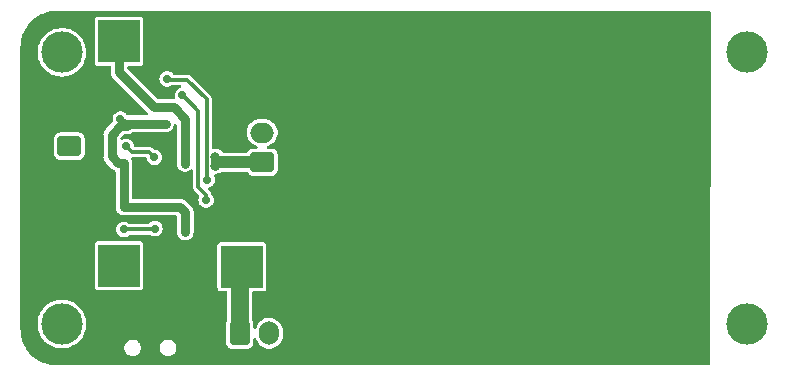
<source format=gbr>
%TF.GenerationSoftware,KiCad,Pcbnew,7.0.6*%
%TF.CreationDate,2023-09-18T21:36:18+08:00*%
%TF.ProjectId,UPS_Lite_Pi_Zero_Form,5550535f-4c69-4746-955f-50695f5a6572,rev?*%
%TF.SameCoordinates,Original*%
%TF.FileFunction,Copper,L2,Bot*%
%TF.FilePolarity,Positive*%
%FSLAX46Y46*%
G04 Gerber Fmt 4.6, Leading zero omitted, Abs format (unit mm)*
G04 Created by KiCad (PCBNEW 7.0.6) date 2023-09-18 21:36:18*
%MOMM*%
%LPD*%
G01*
G04 APERTURE LIST*
G04 Aperture macros list*
%AMRoundRect*
0 Rectangle with rounded corners*
0 $1 Rounding radius*
0 $2 $3 $4 $5 $6 $7 $8 $9 X,Y pos of 4 corners*
0 Add a 4 corners polygon primitive as box body*
4,1,4,$2,$3,$4,$5,$6,$7,$8,$9,$2,$3,0*
0 Add four circle primitives for the rounded corners*
1,1,$1+$1,$2,$3*
1,1,$1+$1,$4,$5*
1,1,$1+$1,$6,$7*
1,1,$1+$1,$8,$9*
0 Add four rect primitives between the rounded corners*
20,1,$1+$1,$2,$3,$4,$5,0*
20,1,$1+$1,$4,$5,$6,$7,0*
20,1,$1+$1,$6,$7,$8,$9,0*
20,1,$1+$1,$8,$9,$2,$3,0*%
G04 Aperture macros list end*
%TA.AperFunction,ComponentPad*%
%ADD10RoundRect,0.250000X-0.600000X-0.750000X0.600000X-0.750000X0.600000X0.750000X-0.600000X0.750000X0*%
%TD*%
%TA.AperFunction,ComponentPad*%
%ADD11O,1.700000X2.000000*%
%TD*%
%TA.AperFunction,ComponentPad*%
%ADD12O,1.460000X0.730000*%
%TD*%
%TA.AperFunction,ComponentPad*%
%ADD13O,2.400000X1.200000*%
%TD*%
%TA.AperFunction,SMDPad,CuDef*%
%ADD14O,2.100000X1.050000*%
%TD*%
%TA.AperFunction,ComponentPad*%
%ADD15C,3.500000*%
%TD*%
%TA.AperFunction,ComponentPad*%
%ADD16O,2.000000X1.700000*%
%TD*%
%TA.AperFunction,ComponentPad*%
%ADD17RoundRect,0.250000X0.750000X-0.600000X0.750000X0.600000X-0.750000X0.600000X-0.750000X-0.600000X0*%
%TD*%
%TA.AperFunction,ComponentPad*%
%ADD18R,3.524000X3.524000*%
%TD*%
%TA.AperFunction,ViaPad*%
%ADD19C,0.800000*%
%TD*%
%TA.AperFunction,ViaPad*%
%ADD20C,0.700000*%
%TD*%
%TA.AperFunction,Conductor*%
%ADD21C,0.800000*%
%TD*%
%TA.AperFunction,Conductor*%
%ADD22C,1.500000*%
%TD*%
%TA.AperFunction,Conductor*%
%ADD23C,1.000000*%
%TD*%
%TA.AperFunction,Conductor*%
%ADD24C,0.300000*%
%TD*%
G04 APERTURE END LIST*
D10*
%TO.P,J4,1,Pin_1*%
%TO.N,Net-(J4-Pin_1)*%
X102000000Y-112400000D03*
D11*
%TO.P,J4,2,Pin_2*%
%TO.N,/5V_3A*%
X104500000Y-112400000D03*
%TD*%
D12*
%TO.P,J3,6,SHIELD*%
%TO.N,GND*%
X88015000Y-101965000D03*
%TO.P,J3,7,SHIELD*%
X88015000Y-106815000D03*
D13*
%TO.P,J3,8,SHIELD*%
X84985000Y-101665000D03*
%TO.P,J3,9,SHIELD*%
X84985000Y-107115000D03*
D14*
%TO.P,J3,10,SHIELD*%
X88015000Y-101965000D03*
%TO.P,J3,11,SHIELD*%
X88015000Y-106815000D03*
%TD*%
D15*
%TO.P,REF\u002A\u002A,*%
%TO.N,*%
X86940000Y-88600000D03*
X86940000Y-111600000D03*
X144940000Y-88600000D03*
X144940000Y-111600000D03*
%TD*%
D16*
%TO.P,J2,2,Pin_2*%
%TO.N,/BATT+*%
X103900000Y-95400000D03*
D17*
%TO.P,J2,1,Pin_1*%
%TO.N,/BATT-*%
X103900000Y-97900000D03*
%TD*%
%TO.P,J1,1,Pin_1*%
%TO.N,/BATT_VIN*%
X87560000Y-96540000D03*
D16*
%TO.P,J1,2,Pin_2*%
%TO.N,GND*%
X87560000Y-94040000D03*
%TD*%
D18*
%TO.P,U\u002A1,1,IN+*%
%TO.N,/BATT+*%
X91780000Y-87660000D03*
%TO.P,U\u002A1,2,IN-*%
%TO.N,GND*%
X102180000Y-87660000D03*
%TO.P,U\u002A1,3,OUT+*%
%TO.N,Net-(U\u002A1-OUT+)*%
X91780000Y-106660000D03*
%TO.P,U\u002A1,4,OUT-*%
%TO.N,Net-(J4-Pin_1)*%
X102180000Y-106760000D03*
%TD*%
D19*
%TO.N,/BATT-*%
X99950000Y-97450000D03*
X99950000Y-98200000D03*
D20*
%TO.N,/BATT_VIN*%
X91890000Y-94250000D03*
X92190000Y-101680000D03*
X92200000Y-100630000D03*
X97400000Y-103150000D03*
X92200000Y-97970000D03*
X92440000Y-94860000D03*
X92200000Y-99740000D03*
X95730000Y-94640000D03*
X92210000Y-98850000D03*
X97400000Y-103800000D03*
%TO.N,GND*%
X99950000Y-104000000D03*
X96250000Y-88250000D03*
X108400000Y-87300000D03*
X96950000Y-88250000D03*
X110350000Y-114050000D03*
X111750000Y-112500000D03*
X101900000Y-103550000D03*
X89400000Y-90600000D03*
X96250000Y-87500000D03*
X88700000Y-91450000D03*
X89400000Y-91450000D03*
X106300000Y-86500000D03*
X96550000Y-104950000D03*
X97650000Y-88250000D03*
X96950000Y-87500000D03*
X84150000Y-95300000D03*
X106300000Y-88050000D03*
X90900000Y-99850000D03*
X108250000Y-114050000D03*
X110350000Y-112500000D03*
X95550000Y-87500000D03*
X87300000Y-91450000D03*
X107000000Y-88050000D03*
X108250000Y-112500000D03*
X111750000Y-113300000D03*
X109100000Y-86500000D03*
X84850000Y-94500000D03*
X85550000Y-94500000D03*
X110350000Y-113300000D03*
X109100000Y-88050000D03*
X84850000Y-96050000D03*
X101900000Y-102800000D03*
X96250000Y-86700000D03*
X95150000Y-104950000D03*
X97650000Y-87500000D03*
X88000000Y-91450000D03*
X108250000Y-113300000D03*
X107000000Y-87300000D03*
X98350000Y-87500000D03*
X99950000Y-103300000D03*
X111050000Y-113300000D03*
X101900000Y-102000000D03*
X106300000Y-87300000D03*
X111050000Y-114050000D03*
X97250000Y-104950000D03*
X84850000Y-95300000D03*
X96100000Y-103200000D03*
X90200000Y-99100000D03*
X95850000Y-104950000D03*
X98350000Y-86700000D03*
X94450000Y-104950000D03*
X107700000Y-88050000D03*
X88700000Y-90600000D03*
X85550000Y-95300000D03*
X98350000Y-88250000D03*
X107700000Y-87300000D03*
X108950000Y-113300000D03*
X108950000Y-114050000D03*
X101900000Y-101250000D03*
X101900000Y-100500000D03*
X90900000Y-99100000D03*
X109650000Y-112500000D03*
X107000000Y-86500000D03*
X109650000Y-114050000D03*
X109650000Y-113300000D03*
X97650000Y-86700000D03*
X85550000Y-96050000D03*
X95550000Y-88250000D03*
X84150000Y-94500000D03*
X108400000Y-86500000D03*
X90200000Y-99850000D03*
X96950000Y-86700000D03*
X108950000Y-112500000D03*
X97950000Y-104950000D03*
X109100000Y-87300000D03*
X84150000Y-96050000D03*
X95550000Y-86700000D03*
X96100000Y-103900000D03*
X107700000Y-86500000D03*
X101900000Y-99700000D03*
X108400000Y-88050000D03*
X111050000Y-112500000D03*
X111750000Y-114050000D03*
%TO.N,/BATT+*%
X97365000Y-98020000D03*
%TO.N,Net-(IC1-PROG)*%
X94825000Y-103520000D03*
X92200000Y-103600000D03*
%TO.N,Net-(IC1-CHRG)*%
X94770000Y-97490000D03*
X92380000Y-96570000D03*
%TO.N,/OD*%
X95860000Y-90850000D03*
X99250000Y-99400000D03*
%TO.N,/OC*%
X99150000Y-101100000D03*
X97150000Y-92250000D03*
%TD*%
D21*
%TO.N,/BATT-*%
X99950000Y-97450000D02*
X99950000Y-98200000D01*
D22*
%TO.N,Net-(J4-Pin_1)*%
X102000000Y-106940000D02*
X102180000Y-106760000D01*
X102000000Y-112400000D02*
X102000000Y-106940000D01*
D23*
%TO.N,/BATT-*%
X103900000Y-97900000D02*
X100100000Y-97900000D01*
D24*
%TO.N,/OD*%
X99200000Y-92596000D02*
X97536000Y-90932000D01*
X99200000Y-99350000D02*
X99200000Y-92596000D01*
X97536000Y-90932000D02*
X95942000Y-90932000D01*
X95942000Y-90932000D02*
X95860000Y-90850000D01*
X99250000Y-99400000D02*
X99200000Y-99350000D01*
D21*
%TO.N,/BATT_VIN*%
X92210000Y-98850000D02*
X92210000Y-99730000D01*
X92200000Y-100630000D02*
X92200000Y-101670000D01*
X92190000Y-101680000D02*
X92210000Y-101700000D01*
X91720000Y-97970000D02*
X92200000Y-97970000D01*
X92210000Y-101700000D02*
X96950000Y-101700000D01*
X92440000Y-94860000D02*
X91880000Y-94860000D01*
X91170000Y-95570000D02*
X91170000Y-97420000D01*
X91170000Y-97420000D02*
X91720000Y-97970000D01*
X96950000Y-101700000D02*
X97400000Y-102150000D01*
X92660000Y-94640000D02*
X95730000Y-94640000D01*
X92440000Y-94860000D02*
X92660000Y-94640000D01*
X92200000Y-97970000D02*
X92200000Y-98840000D01*
X92200000Y-99740000D02*
X92200000Y-100630000D01*
X92200000Y-94567500D02*
X92190000Y-94577500D01*
X91880000Y-94860000D02*
X91170000Y-95570000D01*
X97400000Y-102150000D02*
X97400000Y-103800000D01*
X92200000Y-101670000D02*
X92190000Y-101680000D01*
X92200000Y-98840000D02*
X92210000Y-98850000D01*
X92210000Y-99730000D02*
X92200000Y-99740000D01*
%TO.N,/BATT+*%
X91780000Y-90280000D02*
X91780000Y-87660000D01*
X94750000Y-93250000D02*
X91780000Y-90280000D01*
X96400000Y-93250000D02*
X94750000Y-93250000D01*
X97365000Y-94215000D02*
X96400000Y-93250000D01*
X97365000Y-98020000D02*
X97365000Y-94215000D01*
D24*
%TO.N,Net-(IC1-PROG)*%
X94745000Y-103600000D02*
X94825000Y-103520000D01*
X92200000Y-103600000D02*
X94745000Y-103600000D01*
%TO.N,Net-(IC1-CHRG)*%
X94310000Y-97030000D02*
X92840000Y-97030000D01*
X92840000Y-97030000D02*
X92380000Y-96570000D01*
X94770000Y-97490000D02*
X94310000Y-97030000D01*
%TO.N,/OC*%
X99150000Y-100650000D02*
X98500000Y-100000000D01*
X98500000Y-100000000D02*
X98500000Y-93550000D01*
X98500000Y-93550000D02*
X97200000Y-92250000D01*
X97200000Y-92250000D02*
X97150000Y-92250000D01*
X99150000Y-101100000D02*
X99150000Y-100650000D01*
%TD*%
%TA.AperFunction,Conductor*%
%TO.N,GND*%
G36*
X141842122Y-85120185D02*
G01*
X141887877Y-85172989D01*
X141899083Y-85224698D01*
X141851633Y-114975698D01*
X141831841Y-115042706D01*
X141778965Y-115088376D01*
X141727633Y-115099500D01*
X86441624Y-115099500D01*
X86438378Y-115099415D01*
X86306617Y-115092509D01*
X86122985Y-115082196D01*
X86116758Y-115081530D01*
X85964369Y-115057394D01*
X85801835Y-115029778D01*
X85796171Y-115028541D01*
X85643297Y-114987579D01*
X85488273Y-114942916D01*
X85483217Y-114941221D01*
X85333841Y-114883882D01*
X85185988Y-114822638D01*
X85181566Y-114820599D01*
X85038101Y-114747500D01*
X84898520Y-114670357D01*
X84894742Y-114668090D01*
X84759138Y-114580027D01*
X84629233Y-114487854D01*
X84626092Y-114485472D01*
X84501246Y-114384374D01*
X84498974Y-114382440D01*
X84381277Y-114277260D01*
X84378750Y-114274870D01*
X84265128Y-114161248D01*
X84262738Y-114158721D01*
X84157558Y-114041024D01*
X84155631Y-114038760D01*
X84054526Y-113913905D01*
X84052144Y-113910765D01*
X83959972Y-113780861D01*
X83931119Y-113736432D01*
X83910743Y-113705056D01*
X92239500Y-113705056D01*
X92258184Y-113780861D01*
X92280210Y-113870226D01*
X92359263Y-114020849D01*
X92359266Y-114020852D01*
X92472071Y-114148183D01*
X92562318Y-114210476D01*
X92612068Y-114244817D01*
X92612069Y-114244817D01*
X92612070Y-114244818D01*
X92771128Y-114305140D01*
X92847028Y-114314356D01*
X92897626Y-114320500D01*
X92897628Y-114320500D01*
X92982374Y-114320500D01*
X93024538Y-114315380D01*
X93108872Y-114305140D01*
X93267930Y-114244818D01*
X93407929Y-114148183D01*
X93520734Y-114020852D01*
X93599790Y-113870225D01*
X93640500Y-113705056D01*
X95239500Y-113705056D01*
X95258184Y-113780861D01*
X95280210Y-113870226D01*
X95359263Y-114020849D01*
X95359266Y-114020852D01*
X95472071Y-114148183D01*
X95562318Y-114210476D01*
X95612068Y-114244817D01*
X95612069Y-114244817D01*
X95612070Y-114244818D01*
X95771128Y-114305140D01*
X95847028Y-114314356D01*
X95897626Y-114320500D01*
X95897628Y-114320500D01*
X95982374Y-114320500D01*
X96024538Y-114315380D01*
X96108872Y-114305140D01*
X96267930Y-114244818D01*
X96407929Y-114148183D01*
X96520734Y-114020852D01*
X96599790Y-113870225D01*
X96640500Y-113705056D01*
X96640500Y-113534944D01*
X96599790Y-113369775D01*
X96578078Y-113328406D01*
X96520736Y-113219150D01*
X96483181Y-113176759D01*
X96407929Y-113091817D01*
X96349845Y-113051724D01*
X96267931Y-112995182D01*
X96108874Y-112934860D01*
X96108868Y-112934859D01*
X95982374Y-112919500D01*
X95982372Y-112919500D01*
X95897628Y-112919500D01*
X95897626Y-112919500D01*
X95771131Y-112934859D01*
X95771125Y-112934860D01*
X95612068Y-112995182D01*
X95472072Y-113091816D01*
X95359263Y-113219150D01*
X95280210Y-113369773D01*
X95267253Y-113422343D01*
X95239500Y-113534944D01*
X95239500Y-113705056D01*
X93640500Y-113705056D01*
X93640500Y-113534944D01*
X93599790Y-113369775D01*
X93578078Y-113328406D01*
X93520736Y-113219150D01*
X93483181Y-113176759D01*
X93407929Y-113091817D01*
X93349845Y-113051724D01*
X93267931Y-112995182D01*
X93108874Y-112934860D01*
X93108868Y-112934859D01*
X92982374Y-112919500D01*
X92982372Y-112919500D01*
X92897628Y-112919500D01*
X92897626Y-112919500D01*
X92771131Y-112934859D01*
X92771125Y-112934860D01*
X92612068Y-112995182D01*
X92472072Y-113091816D01*
X92359263Y-113219150D01*
X92280210Y-113369773D01*
X92267253Y-113422343D01*
X92239500Y-113534944D01*
X92239500Y-113705056D01*
X83910743Y-113705056D01*
X83871896Y-113645236D01*
X83869641Y-113641477D01*
X83792499Y-113501898D01*
X83719399Y-113358432D01*
X83717360Y-113354010D01*
X83656122Y-113206171D01*
X83598772Y-113056766D01*
X83597082Y-113051724D01*
X83579046Y-112989122D01*
X83552414Y-112896679D01*
X83547316Y-112877652D01*
X83511453Y-112743811D01*
X83510226Y-112738194D01*
X83482601Y-112575606D01*
X83458465Y-112423212D01*
X83457803Y-112417027D01*
X83447503Y-112233628D01*
X83440584Y-112101620D01*
X83440500Y-112098377D01*
X83440500Y-111600000D01*
X84884709Y-111600000D01*
X84903851Y-111879862D01*
X84903852Y-111879864D01*
X84960921Y-112154499D01*
X84960926Y-112154516D01*
X84997438Y-112257250D01*
X85054864Y-112418830D01*
X85183919Y-112667896D01*
X85345688Y-112897069D01*
X85345692Y-112897073D01*
X85345692Y-112897074D01*
X85466937Y-113026896D01*
X85537155Y-113102081D01*
X85754754Y-113279111D01*
X85754756Y-113279112D01*
X85754757Y-113279113D01*
X85994433Y-113424863D01*
X86084693Y-113464068D01*
X86251725Y-113536620D01*
X86521839Y-113612303D01*
X86761589Y-113645256D01*
X86799741Y-113650500D01*
X86799742Y-113650500D01*
X87080259Y-113650500D01*
X87118411Y-113645256D01*
X87358161Y-113612303D01*
X87628275Y-113536620D01*
X87885568Y-113424862D01*
X88125246Y-113279111D01*
X88342845Y-113102081D01*
X88534312Y-112897069D01*
X88696081Y-112667896D01*
X88825136Y-112418830D01*
X88919075Y-112154511D01*
X88919076Y-112154504D01*
X88919078Y-112154499D01*
X88946490Y-112022583D01*
X88976148Y-111879862D01*
X88995291Y-111600000D01*
X88976148Y-111320138D01*
X88954446Y-111215701D01*
X88919078Y-111045500D01*
X88919073Y-111045483D01*
X88825136Y-110781171D01*
X88825136Y-110781170D01*
X88696081Y-110532104D01*
X88534312Y-110302931D01*
X88534307Y-110302925D01*
X88342845Y-110097919D01*
X88125242Y-109920886D01*
X87885566Y-109775136D01*
X87628276Y-109663380D01*
X87358166Y-109587698D01*
X87358162Y-109587697D01*
X87358161Y-109587697D01*
X87219209Y-109568598D01*
X87080259Y-109549500D01*
X87080258Y-109549500D01*
X86799742Y-109549500D01*
X86799741Y-109549500D01*
X86521839Y-109587697D01*
X86521833Y-109587698D01*
X86251723Y-109663380D01*
X85994433Y-109775136D01*
X85754757Y-109920886D01*
X85537154Y-110097919D01*
X85345692Y-110302925D01*
X85345692Y-110302926D01*
X85183919Y-110532103D01*
X85054863Y-110781171D01*
X84960926Y-111045483D01*
X84960921Y-111045500D01*
X84903852Y-111320135D01*
X84903851Y-111320137D01*
X84884709Y-111600000D01*
X83440500Y-111600000D01*
X83440500Y-108466856D01*
X89717500Y-108466856D01*
X89717502Y-108466882D01*
X89720413Y-108491987D01*
X89720415Y-108491991D01*
X89765793Y-108594764D01*
X89765793Y-108594765D01*
X89765794Y-108594765D01*
X89845235Y-108674206D01*
X89948009Y-108719585D01*
X89973135Y-108722500D01*
X93586864Y-108722499D01*
X93586879Y-108722497D01*
X93586882Y-108722497D01*
X93611987Y-108719586D01*
X93611988Y-108719585D01*
X93611991Y-108719585D01*
X93714765Y-108674206D01*
X93794206Y-108594765D01*
X93806529Y-108566856D01*
X100117500Y-108566856D01*
X100117502Y-108566882D01*
X100120413Y-108591987D01*
X100120415Y-108591991D01*
X100165793Y-108694764D01*
X100165794Y-108694765D01*
X100245235Y-108774206D01*
X100348009Y-108819585D01*
X100373135Y-108822500D01*
X100825500Y-108822499D01*
X100892539Y-108842183D01*
X100938294Y-108894987D01*
X100949500Y-108946499D01*
X100949500Y-111291306D01*
X100929815Y-111358345D01*
X100924304Y-111366231D01*
X100915640Y-111377655D01*
X100915637Y-111377661D01*
X100860123Y-111518434D01*
X100860122Y-111518436D01*
X100860123Y-111518436D01*
X100849500Y-111606898D01*
X100849500Y-113193102D01*
X100851065Y-113206133D01*
X100860122Y-113281561D01*
X100915639Y-113422343D01*
X101007077Y-113542922D01*
X101127656Y-113634360D01*
X101127657Y-113634360D01*
X101127658Y-113634361D01*
X101268436Y-113689877D01*
X101356898Y-113700500D01*
X101356903Y-113700500D01*
X102643097Y-113700500D01*
X102643102Y-113700500D01*
X102731564Y-113689877D01*
X102872342Y-113634361D01*
X102992922Y-113542922D01*
X103084361Y-113422342D01*
X103139877Y-113281564D01*
X103150500Y-113193102D01*
X103150500Y-112900001D01*
X103170185Y-112832962D01*
X103222989Y-112787207D01*
X103292147Y-112777263D01*
X103355703Y-112806288D01*
X103393477Y-112865066D01*
X103393742Y-112865983D01*
X103403421Y-112900001D01*
X103422596Y-112967392D01*
X103422596Y-112967394D01*
X103517632Y-113158253D01*
X103646127Y-113328406D01*
X103646128Y-113328407D01*
X103803698Y-113472052D01*
X103984981Y-113584298D01*
X104183802Y-113661321D01*
X104393390Y-113700500D01*
X104393392Y-113700500D01*
X104606608Y-113700500D01*
X104606610Y-113700500D01*
X104816198Y-113661321D01*
X105015019Y-113584298D01*
X105196302Y-113472052D01*
X105353872Y-113328407D01*
X105482366Y-113158255D01*
X105515448Y-113091817D01*
X105577403Y-112967394D01*
X105577403Y-112967393D01*
X105577405Y-112967389D01*
X105635756Y-112762310D01*
X105650500Y-112603194D01*
X105650500Y-112196806D01*
X105635756Y-112037690D01*
X105577405Y-111832611D01*
X105577403Y-111832606D01*
X105577403Y-111832605D01*
X105482367Y-111641746D01*
X105353872Y-111471593D01*
X105250834Y-111377661D01*
X105196302Y-111327948D01*
X105015019Y-111215702D01*
X105015017Y-111215701D01*
X104915608Y-111177190D01*
X104816198Y-111138679D01*
X104606610Y-111099500D01*
X104393390Y-111099500D01*
X104183802Y-111138679D01*
X104183799Y-111138679D01*
X104183799Y-111138680D01*
X103984982Y-111215701D01*
X103984980Y-111215702D01*
X103803699Y-111327947D01*
X103646127Y-111471593D01*
X103517632Y-111641746D01*
X103422596Y-111832605D01*
X103422596Y-111832607D01*
X103393766Y-111933933D01*
X103356486Y-111993026D01*
X103293177Y-112022583D01*
X103223937Y-112013221D01*
X103170751Y-111967911D01*
X103150504Y-111901039D01*
X103150500Y-111899998D01*
X103150500Y-111832605D01*
X103150500Y-111606898D01*
X103139877Y-111518436D01*
X103084361Y-111377658D01*
X103075696Y-111366231D01*
X103050873Y-111300919D01*
X103050500Y-111291306D01*
X103050500Y-108946499D01*
X103070185Y-108879460D01*
X103122989Y-108833705D01*
X103174500Y-108822499D01*
X103986856Y-108822499D01*
X103986864Y-108822499D01*
X103986879Y-108822497D01*
X103986882Y-108822497D01*
X104011987Y-108819586D01*
X104011988Y-108819585D01*
X104011991Y-108819585D01*
X104114765Y-108774206D01*
X104194206Y-108694765D01*
X104239585Y-108591991D01*
X104242500Y-108566865D01*
X104242499Y-104953136D01*
X104242497Y-104953117D01*
X104239586Y-104928012D01*
X104239585Y-104928010D01*
X104239585Y-104928009D01*
X104194206Y-104825235D01*
X104114765Y-104745794D01*
X104114764Y-104745793D01*
X104011992Y-104700415D01*
X103986865Y-104697500D01*
X100373143Y-104697500D01*
X100373117Y-104697502D01*
X100348012Y-104700413D01*
X100348008Y-104700415D01*
X100245235Y-104745793D01*
X100165794Y-104825234D01*
X100120415Y-104928006D01*
X100120415Y-104928008D01*
X100117500Y-104953131D01*
X100117500Y-108566856D01*
X93806529Y-108566856D01*
X93839585Y-108491991D01*
X93842500Y-108466865D01*
X93842499Y-104853136D01*
X93842497Y-104853117D01*
X93839586Y-104828012D01*
X93839585Y-104828010D01*
X93839585Y-104828009D01*
X93794206Y-104725235D01*
X93714765Y-104645794D01*
X93714765Y-104645793D01*
X93611992Y-104600415D01*
X93586865Y-104597500D01*
X89973143Y-104597500D01*
X89973117Y-104597502D01*
X89948012Y-104600413D01*
X89948008Y-104600415D01*
X89845235Y-104645793D01*
X89765794Y-104725234D01*
X89720415Y-104828006D01*
X89720415Y-104828008D01*
X89717500Y-104853131D01*
X89717500Y-108466856D01*
X83440500Y-108466856D01*
X83440500Y-103600000D01*
X91544722Y-103600000D01*
X91563762Y-103756818D01*
X91589440Y-103824523D01*
X91619780Y-103904523D01*
X91709517Y-104034530D01*
X91827760Y-104139283D01*
X91827762Y-104139284D01*
X91967634Y-104212696D01*
X92121014Y-104250500D01*
X92121015Y-104250500D01*
X92278985Y-104250500D01*
X92432365Y-104212696D01*
X92432364Y-104212695D01*
X92572240Y-104139283D01*
X92637256Y-104081683D01*
X92700490Y-104051963D01*
X92719483Y-104050500D01*
X94405462Y-104050500D01*
X94463088Y-104064704D01*
X94592634Y-104132696D01*
X94746014Y-104170500D01*
X94746015Y-104170500D01*
X94903985Y-104170500D01*
X95057365Y-104132696D01*
X95066446Y-104127930D01*
X95197240Y-104059283D01*
X95315483Y-103954530D01*
X95405220Y-103824523D01*
X95461237Y-103676818D01*
X95480278Y-103520000D01*
X95461237Y-103363182D01*
X95405220Y-103215477D01*
X95315483Y-103085470D01*
X95197240Y-102980717D01*
X95197238Y-102980716D01*
X95197237Y-102980715D01*
X95057365Y-102907303D01*
X94903986Y-102869500D01*
X94903985Y-102869500D01*
X94746015Y-102869500D01*
X94746014Y-102869500D01*
X94592634Y-102907303D01*
X94452762Y-102980715D01*
X94334517Y-103085469D01*
X94334516Y-103085471D01*
X94327288Y-103095942D01*
X94273006Y-103139931D01*
X94225240Y-103149500D01*
X92719483Y-103149500D01*
X92652444Y-103129815D01*
X92637256Y-103118316D01*
X92572240Y-103060717D01*
X92572238Y-103060716D01*
X92572237Y-103060715D01*
X92432365Y-102987303D01*
X92278986Y-102949500D01*
X92278985Y-102949500D01*
X92121015Y-102949500D01*
X92121014Y-102949500D01*
X91967634Y-102987303D01*
X91827762Y-103060715D01*
X91709516Y-103165471D01*
X91619781Y-103295475D01*
X91619780Y-103295476D01*
X91563762Y-103443181D01*
X91544722Y-103599999D01*
X91544722Y-103600000D01*
X83440500Y-103600000D01*
X83440500Y-97183102D01*
X86259500Y-97183102D01*
X86263991Y-97220500D01*
X86270122Y-97271561D01*
X86270122Y-97271563D01*
X86270123Y-97271564D01*
X86275366Y-97284860D01*
X86325639Y-97412343D01*
X86417077Y-97532922D01*
X86537656Y-97624360D01*
X86537657Y-97624360D01*
X86537658Y-97624361D01*
X86678436Y-97679877D01*
X86766898Y-97690500D01*
X86766903Y-97690500D01*
X88353097Y-97690500D01*
X88353102Y-97690500D01*
X88441564Y-97679877D01*
X88582342Y-97624361D01*
X88702922Y-97532922D01*
X88794361Y-97412342D01*
X88849877Y-97271564D01*
X88860500Y-97183102D01*
X88860500Y-95896898D01*
X88849877Y-95808436D01*
X88794361Y-95667658D01*
X88794360Y-95667657D01*
X88794360Y-95667656D01*
X88702922Y-95547077D01*
X88582343Y-95455639D01*
X88441561Y-95400122D01*
X88395926Y-95394642D01*
X88353102Y-95389500D01*
X86766898Y-95389500D01*
X86727853Y-95394188D01*
X86678438Y-95400122D01*
X86537656Y-95455639D01*
X86417077Y-95547077D01*
X86325639Y-95667656D01*
X86270122Y-95808438D01*
X86264658Y-95853948D01*
X86259500Y-95896898D01*
X86259500Y-97183102D01*
X83440500Y-97183102D01*
X83440500Y-88600000D01*
X84884709Y-88600000D01*
X84903851Y-88879862D01*
X84903852Y-88879864D01*
X84960921Y-89154499D01*
X84960926Y-89154516D01*
X85054863Y-89418828D01*
X85054864Y-89418830D01*
X85183919Y-89667896D01*
X85345688Y-89897069D01*
X85345692Y-89897073D01*
X85345692Y-89897074D01*
X85408980Y-89964839D01*
X85537155Y-90102081D01*
X85754754Y-90279111D01*
X85754756Y-90279112D01*
X85754757Y-90279113D01*
X85994433Y-90424863D01*
X86144238Y-90489932D01*
X86251725Y-90536620D01*
X86521839Y-90612303D01*
X86760163Y-90645060D01*
X86799741Y-90650500D01*
X86799742Y-90650500D01*
X87080259Y-90650500D01*
X87119837Y-90645060D01*
X87358161Y-90612303D01*
X87628275Y-90536620D01*
X87885568Y-90424862D01*
X88125246Y-90279111D01*
X88342845Y-90102081D01*
X88534312Y-89897069D01*
X88696081Y-89667896D01*
X88800251Y-89466856D01*
X89717500Y-89466856D01*
X89717502Y-89466882D01*
X89720413Y-89491987D01*
X89720415Y-89491991D01*
X89765793Y-89594764D01*
X89765793Y-89594765D01*
X89765794Y-89594765D01*
X89845235Y-89674206D01*
X89948009Y-89719585D01*
X89973135Y-89722500D01*
X90955500Y-89722499D01*
X91022539Y-89742183D01*
X91068294Y-89794987D01*
X91079500Y-89846499D01*
X91079500Y-90256951D01*
X91079387Y-90260696D01*
X91075642Y-90322603D01*
X91075642Y-90322605D01*
X91086821Y-90383612D01*
X91087384Y-90387313D01*
X91094859Y-90448870D01*
X91094860Y-90448874D01*
X91098451Y-90458343D01*
X91104474Y-90479946D01*
X91106304Y-90489930D01*
X91131759Y-90546490D01*
X91133189Y-90549941D01*
X91155182Y-90607930D01*
X91155183Y-90607931D01*
X91160936Y-90616266D01*
X91171961Y-90635813D01*
X91176120Y-90645055D01*
X91176122Y-90645057D01*
X91213825Y-90693182D01*
X91214371Y-90693878D01*
X91216591Y-90696896D01*
X91251812Y-90747924D01*
X91251816Y-90747928D01*
X91251817Y-90747929D01*
X91298250Y-90789064D01*
X91300941Y-90791598D01*
X94238414Y-93729071D01*
X94240951Y-93731768D01*
X94242345Y-93733341D01*
X94272020Y-93796596D01*
X94262786Y-93865852D01*
X94217574Y-93919123D01*
X94150740Y-93939493D01*
X94149469Y-93939500D01*
X92683048Y-93939500D01*
X92679303Y-93939387D01*
X92617396Y-93935642D01*
X92617390Y-93935642D01*
X92580337Y-93942432D01*
X92510848Y-93935153D01*
X92493841Y-93926581D01*
X92489608Y-93924022D01*
X92486886Y-93923174D01*
X92485141Y-93922011D01*
X92482767Y-93920943D01*
X92482944Y-93920548D01*
X92428740Y-93884433D01*
X92421732Y-93875230D01*
X92380483Y-93815470D01*
X92338394Y-93778183D01*
X92262240Y-93710717D01*
X92262238Y-93710716D01*
X92262237Y-93710715D01*
X92122365Y-93637303D01*
X91968986Y-93599500D01*
X91968985Y-93599500D01*
X91811015Y-93599500D01*
X91811014Y-93599500D01*
X91657634Y-93637303D01*
X91517762Y-93710715D01*
X91399516Y-93815471D01*
X91309781Y-93945475D01*
X91309780Y-93945476D01*
X91253762Y-94093181D01*
X91234722Y-94249999D01*
X91234722Y-94250000D01*
X91253763Y-94406825D01*
X91254579Y-94410134D01*
X91254468Y-94412632D01*
X91254667Y-94414264D01*
X91254395Y-94414296D01*
X91251504Y-94479936D01*
X91221861Y-94527480D01*
X90690966Y-95058375D01*
X90688240Y-95060942D01*
X90641818Y-95102068D01*
X90606586Y-95153109D01*
X90604368Y-95156124D01*
X90566124Y-95204939D01*
X90566119Y-95204948D01*
X90561960Y-95214188D01*
X90550942Y-95233723D01*
X90545187Y-95242061D01*
X90545183Y-95242067D01*
X90545182Y-95242070D01*
X90545180Y-95242074D01*
X90545179Y-95242077D01*
X90523189Y-95300055D01*
X90521757Y-95303513D01*
X90496305Y-95360068D01*
X90494477Y-95370042D01*
X90488453Y-95391653D01*
X90484860Y-95401127D01*
X90484859Y-95401128D01*
X90477384Y-95462685D01*
X90476821Y-95466386D01*
X90465642Y-95527390D01*
X90465642Y-95527395D01*
X90469386Y-95589303D01*
X90469499Y-95593047D01*
X90469499Y-97396951D01*
X90469386Y-97400694D01*
X90465641Y-97462601D01*
X90465642Y-97462605D01*
X90476821Y-97523612D01*
X90477384Y-97527313D01*
X90484859Y-97588870D01*
X90484860Y-97588874D01*
X90488451Y-97598343D01*
X90494474Y-97619946D01*
X90496304Y-97629930D01*
X90521759Y-97686490D01*
X90523189Y-97689941D01*
X90545182Y-97747930D01*
X90545183Y-97747931D01*
X90550936Y-97756266D01*
X90561961Y-97775813D01*
X90566120Y-97785055D01*
X90566124Y-97785060D01*
X90604371Y-97833878D01*
X90606591Y-97836896D01*
X90641812Y-97887924D01*
X90641816Y-97887928D01*
X90641817Y-97887929D01*
X90688250Y-97929064D01*
X90690941Y-97931598D01*
X91208399Y-98449056D01*
X91210935Y-98451750D01*
X91252071Y-98498183D01*
X91271518Y-98511606D01*
X91303110Y-98533413D01*
X91306127Y-98535633D01*
X91354938Y-98573874D01*
X91354943Y-98573877D01*
X91364174Y-98578031D01*
X91383727Y-98589059D01*
X91392070Y-98594818D01*
X91419469Y-98605208D01*
X91475172Y-98647385D01*
X91499231Y-98712982D01*
X91499500Y-98721151D01*
X91499500Y-98816951D01*
X91499387Y-98820696D01*
X91495642Y-98882603D01*
X91495642Y-98882610D01*
X91506822Y-98943620D01*
X91507384Y-98947314D01*
X91508097Y-98953177D01*
X91509048Y-98961008D01*
X91509500Y-98968476D01*
X91509500Y-99611522D01*
X91509048Y-99618991D01*
X91507615Y-99630783D01*
X91507385Y-99632683D01*
X91506822Y-99636377D01*
X91495642Y-99697388D01*
X91495642Y-99697395D01*
X91499387Y-99759302D01*
X91499500Y-99763047D01*
X91499500Y-100587628D01*
X91499499Y-101522429D01*
X91496034Y-101545203D01*
X91497265Y-101545429D01*
X91495914Y-101552801D01*
X91493562Y-101591659D01*
X91492659Y-101599095D01*
X91485642Y-101637387D01*
X91485642Y-101637394D01*
X91487992Y-101676253D01*
X91487992Y-101683747D01*
X91485641Y-101722603D01*
X91485642Y-101722612D01*
X91492659Y-101760904D01*
X91493562Y-101768340D01*
X91495913Y-101807192D01*
X91495914Y-101807196D01*
X91507491Y-101844350D01*
X91509284Y-101851625D01*
X91516304Y-101889931D01*
X91532282Y-101925430D01*
X91534939Y-101932437D01*
X91543877Y-101961118D01*
X91546522Y-101969606D01*
X91566663Y-102002924D01*
X91570141Y-102009551D01*
X91586119Y-102045052D01*
X91586123Y-102045059D01*
X91610131Y-102075703D01*
X91614387Y-102081868D01*
X91634529Y-102115186D01*
X91698383Y-102179040D01*
X91700934Y-102181749D01*
X91742071Y-102228183D01*
X91773431Y-102249829D01*
X91793110Y-102263413D01*
X91796127Y-102265633D01*
X91844938Y-102303874D01*
X91844943Y-102303877D01*
X91854174Y-102308031D01*
X91873727Y-102319059D01*
X91882070Y-102324818D01*
X91940057Y-102346809D01*
X91943512Y-102348239D01*
X91973093Y-102361553D01*
X92000063Y-102373692D01*
X92000064Y-102373692D01*
X92000068Y-102373694D01*
X92010030Y-102375519D01*
X92031651Y-102381546D01*
X92041125Y-102385139D01*
X92041128Y-102385140D01*
X92057871Y-102387173D01*
X92102689Y-102392615D01*
X92106386Y-102393177D01*
X92167394Y-102404357D01*
X92167395Y-102404356D01*
X92167396Y-102404357D01*
X92229293Y-102400613D01*
X92233037Y-102400500D01*
X96575500Y-102400500D01*
X96642539Y-102420185D01*
X96688294Y-102472989D01*
X96699500Y-102524500D01*
X96699500Y-103842374D01*
X96714859Y-103968868D01*
X96714860Y-103968874D01*
X96775182Y-104127931D01*
X96783018Y-104139283D01*
X96871817Y-104267929D01*
X96977505Y-104361560D01*
X96999150Y-104380736D01*
X97149773Y-104459789D01*
X97149775Y-104459790D01*
X97314944Y-104500500D01*
X97485056Y-104500500D01*
X97650225Y-104459790D01*
X97729692Y-104418081D01*
X97800849Y-104380736D01*
X97800850Y-104380734D01*
X97800852Y-104380734D01*
X97928183Y-104267929D01*
X98024818Y-104127930D01*
X98085140Y-103968872D01*
X98100500Y-103842372D01*
X98100500Y-102173034D01*
X98100613Y-102169290D01*
X98104357Y-102107394D01*
X98093177Y-102046386D01*
X98092615Y-102042689D01*
X98085140Y-101981129D01*
X98085139Y-101981125D01*
X98081546Y-101971651D01*
X98075519Y-101950029D01*
X98073694Y-101940070D01*
X98073694Y-101940068D01*
X98048241Y-101883514D01*
X98046807Y-101880052D01*
X98024818Y-101822071D01*
X98024818Y-101822070D01*
X98019058Y-101813726D01*
X98008035Y-101794180D01*
X98003878Y-101784943D01*
X97965617Y-101736107D01*
X97963417Y-101733117D01*
X97929340Y-101683747D01*
X97928185Y-101682073D01*
X97925845Y-101680000D01*
X97881750Y-101640935D01*
X97879056Y-101638399D01*
X97461598Y-101220941D01*
X97459064Y-101218250D01*
X97417929Y-101171817D01*
X97417928Y-101171816D01*
X97417924Y-101171812D01*
X97366896Y-101136591D01*
X97363887Y-101134377D01*
X97315060Y-101096124D01*
X97315055Y-101096120D01*
X97305813Y-101091961D01*
X97286266Y-101080936D01*
X97277931Y-101075183D01*
X97277932Y-101075183D01*
X97277930Y-101075182D01*
X97219941Y-101053189D01*
X97216490Y-101051759D01*
X97159930Y-101026304D01*
X97149946Y-101024474D01*
X97128343Y-101018451D01*
X97118874Y-101014860D01*
X97118870Y-101014859D01*
X97057313Y-101007384D01*
X97053612Y-101006821D01*
X96992608Y-100995642D01*
X96992603Y-100995642D01*
X96930697Y-100999387D01*
X96926952Y-100999500D01*
X93024500Y-100999500D01*
X92957461Y-100979815D01*
X92911706Y-100927011D01*
X92900500Y-100875500D01*
X92900500Y-100587628D01*
X92900500Y-100233919D01*
X92900500Y-99858463D01*
X92900951Y-99851012D01*
X92902618Y-99837277D01*
X92903178Y-99833605D01*
X92914357Y-99772606D01*
X92910613Y-99710707D01*
X92910500Y-99706963D01*
X92910500Y-98873035D01*
X92910613Y-98869290D01*
X92914357Y-98807394D01*
X92903173Y-98746369D01*
X92902618Y-98742722D01*
X92901279Y-98731684D01*
X92900952Y-98728987D01*
X92900500Y-98721514D01*
X92900500Y-97884943D01*
X92891183Y-97847147D01*
X92889832Y-97839773D01*
X92885140Y-97801130D01*
X92885140Y-97801128D01*
X92871329Y-97764712D01*
X92869110Y-97757590D01*
X92859790Y-97719775D01*
X92841687Y-97685283D01*
X92838627Y-97678484D01*
X92827243Y-97648466D01*
X92821878Y-97578805D01*
X92855027Y-97517300D01*
X92916166Y-97483480D01*
X92943187Y-97480500D01*
X94003714Y-97480500D01*
X94070753Y-97500185D01*
X94116508Y-97552989D01*
X94126809Y-97589553D01*
X94133763Y-97646818D01*
X94189780Y-97794523D01*
X94279517Y-97924530D01*
X94397760Y-98029283D01*
X94397762Y-98029284D01*
X94537634Y-98102696D01*
X94691014Y-98140500D01*
X94691015Y-98140500D01*
X94848985Y-98140500D01*
X95002365Y-98102696D01*
X95079191Y-98062374D01*
X95142240Y-98029283D01*
X95260483Y-97924530D01*
X95350220Y-97794523D01*
X95406237Y-97646818D01*
X95425278Y-97490000D01*
X95406237Y-97333182D01*
X95405047Y-97330045D01*
X95363502Y-97220500D01*
X95350220Y-97185477D01*
X95260483Y-97055470D01*
X95142240Y-96950717D01*
X95142238Y-96950716D01*
X95142237Y-96950715D01*
X95002365Y-96877303D01*
X94848986Y-96839500D01*
X94848985Y-96839500D01*
X94807965Y-96839500D01*
X94740926Y-96819815D01*
X94720284Y-96803181D01*
X94648908Y-96731805D01*
X94644271Y-96726617D01*
X94619878Y-96696029D01*
X94570728Y-96662519D01*
X94522882Y-96627207D01*
X94515297Y-96623198D01*
X94507677Y-96619529D01*
X94469823Y-96607853D01*
X94450822Y-96601992D01*
X94430154Y-96594760D01*
X94394695Y-96582352D01*
X94386326Y-96580768D01*
X94377904Y-96579500D01*
X94377902Y-96579500D01*
X94318426Y-96579500D01*
X94258990Y-96577275D01*
X94249756Y-96578316D01*
X94249662Y-96577486D01*
X94234364Y-96579500D01*
X93146286Y-96579500D01*
X93079247Y-96559815D01*
X93033492Y-96507011D01*
X93023190Y-96470446D01*
X93016237Y-96413182D01*
X92960220Y-96265477D01*
X92870483Y-96135470D01*
X92752240Y-96030717D01*
X92752238Y-96030716D01*
X92752237Y-96030715D01*
X92612365Y-95957303D01*
X92458986Y-95919500D01*
X92458985Y-95919500D01*
X92301015Y-95919500D01*
X92301014Y-95919500D01*
X92147637Y-95957303D01*
X92081345Y-95992096D01*
X92012836Y-96005821D01*
X91947783Y-95980328D01*
X91906839Y-95923712D01*
X91903004Y-95853948D01*
X91936036Y-95794620D01*
X92133838Y-95596819D01*
X92195161Y-95563334D01*
X92221519Y-95560500D01*
X92416952Y-95560500D01*
X92420697Y-95560613D01*
X92428042Y-95561057D01*
X92482606Y-95564358D01*
X92520314Y-95557447D01*
X92543621Y-95553177D01*
X92547325Y-95552613D01*
X92565170Y-95550446D01*
X92608872Y-95545140D01*
X92618335Y-95541550D01*
X92639961Y-95535522D01*
X92640893Y-95535351D01*
X92649932Y-95533695D01*
X92706512Y-95508229D01*
X92709942Y-95506809D01*
X92767930Y-95484818D01*
X92776266Y-95479062D01*
X92795821Y-95468034D01*
X92805057Y-95463878D01*
X92853896Y-95425613D01*
X92856876Y-95423421D01*
X92907929Y-95388183D01*
X92913164Y-95382272D01*
X92972352Y-95345147D01*
X93005980Y-95340500D01*
X95772374Y-95340500D01*
X95814538Y-95335380D01*
X95898872Y-95325140D01*
X96057930Y-95264818D01*
X96197929Y-95168183D01*
X96310734Y-95040852D01*
X96389790Y-94890225D01*
X96420103Y-94767237D01*
X96455259Y-94706858D01*
X96517478Y-94675069D01*
X96587007Y-94681965D01*
X96641770Y-94725356D01*
X96664380Y-94791466D01*
X96664500Y-94796913D01*
X96664500Y-98062374D01*
X96679859Y-98188868D01*
X96679860Y-98188874D01*
X96740182Y-98347931D01*
X96802475Y-98438177D01*
X96836817Y-98487929D01*
X96899088Y-98543096D01*
X96964150Y-98600736D01*
X97114773Y-98679789D01*
X97114775Y-98679790D01*
X97279944Y-98720500D01*
X97450056Y-98720500D01*
X97615225Y-98679790D01*
X97765852Y-98600734D01*
X97843273Y-98532144D01*
X97906505Y-98502423D01*
X97975769Y-98511606D01*
X98029073Y-98556778D01*
X98049493Y-98623598D01*
X98049500Y-98624960D01*
X98049500Y-99971217D01*
X98049110Y-99978155D01*
X98047724Y-99990454D01*
X98044729Y-100017034D01*
X98055788Y-100075479D01*
X98064652Y-100134290D01*
X98067162Y-100142427D01*
X98069978Y-100150475D01*
X98097777Y-100203072D01*
X98123576Y-100256644D01*
X98128362Y-100263665D01*
X98133431Y-100270532D01*
X98133434Y-100270538D01*
X98133438Y-100270542D01*
X98175495Y-100312599D01*
X98215947Y-100356196D01*
X98223210Y-100361988D01*
X98222689Y-100362641D01*
X98234930Y-100372034D01*
X98537450Y-100674553D01*
X98570935Y-100735876D01*
X98565951Y-100805567D01*
X98565711Y-100806205D01*
X98513763Y-100943181D01*
X98494722Y-101099999D01*
X98494722Y-101100000D01*
X98513762Y-101256818D01*
X98569779Y-101404522D01*
X98569780Y-101404523D01*
X98659517Y-101534530D01*
X98777760Y-101639283D01*
X98777762Y-101639284D01*
X98917634Y-101712696D01*
X99071014Y-101750500D01*
X99071015Y-101750500D01*
X99228985Y-101750500D01*
X99382365Y-101712696D01*
X99437522Y-101683747D01*
X99522240Y-101639283D01*
X99640483Y-101534530D01*
X99730220Y-101404523D01*
X99786237Y-101256818D01*
X99805278Y-101100000D01*
X99794033Y-101007384D01*
X99786237Y-100943181D01*
X99760569Y-100875500D01*
X99730220Y-100795477D01*
X99640483Y-100665470D01*
X99637296Y-100662646D01*
X99635632Y-100659994D01*
X99635509Y-100659855D01*
X99635532Y-100659834D01*
X99600171Y-100603459D01*
X99597690Y-100592907D01*
X99594210Y-100574511D01*
X99585348Y-100515713D01*
X99585347Y-100515711D01*
X99585347Y-100515709D01*
X99582834Y-100507563D01*
X99580025Y-100499535D01*
X99580024Y-100499529D01*
X99552219Y-100446921D01*
X99526425Y-100393358D01*
X99526422Y-100393355D01*
X99526422Y-100393354D01*
X99521625Y-100386317D01*
X99516567Y-100379465D01*
X99516566Y-100379462D01*
X99474504Y-100337400D01*
X99434055Y-100293806D01*
X99434054Y-100293805D01*
X99434053Y-100293804D01*
X99426790Y-100288012D01*
X99427310Y-100287359D01*
X99415070Y-100277966D01*
X99371023Y-100233919D01*
X99337538Y-100172596D01*
X99342522Y-100102904D01*
X99384394Y-100046971D01*
X99429029Y-100025841D01*
X99482365Y-100012696D01*
X99622240Y-99939283D01*
X99740483Y-99834530D01*
X99830220Y-99704523D01*
X99886237Y-99556818D01*
X99905278Y-99400000D01*
X99886237Y-99243182D01*
X99830220Y-99095477D01*
X99829851Y-99094943D01*
X99829702Y-99094492D01*
X99826733Y-99088833D01*
X99827673Y-99088339D01*
X99807966Y-99028591D01*
X99825429Y-98960938D01*
X99876694Y-98913466D01*
X99931899Y-98900500D01*
X100035056Y-98900500D01*
X100200225Y-98859790D01*
X100350852Y-98780734D01*
X100406218Y-98731683D01*
X100469451Y-98701963D01*
X100488445Y-98700500D01*
X102552914Y-98700500D01*
X102619953Y-98720185D01*
X102659638Y-98765984D01*
X102661481Y-98764948D01*
X102665638Y-98772341D01*
X102757077Y-98892922D01*
X102877656Y-98984360D01*
X102877657Y-98984360D01*
X102877658Y-98984361D01*
X103018436Y-99039877D01*
X103106898Y-99050500D01*
X103106903Y-99050500D01*
X104693097Y-99050500D01*
X104693102Y-99050500D01*
X104781564Y-99039877D01*
X104922342Y-98984361D01*
X105042922Y-98892922D01*
X105134361Y-98772342D01*
X105189877Y-98631564D01*
X105200500Y-98543102D01*
X105200500Y-97256898D01*
X105189877Y-97168436D01*
X105134361Y-97027658D01*
X105134360Y-97027657D01*
X105134360Y-97027656D01*
X105042922Y-96907077D01*
X104922343Y-96815639D01*
X104781561Y-96760122D01*
X104735926Y-96754642D01*
X104693102Y-96749500D01*
X104400002Y-96749500D01*
X104332963Y-96729815D01*
X104287208Y-96677011D01*
X104277264Y-96607853D01*
X104306289Y-96544297D01*
X104365067Y-96506523D01*
X104366067Y-96506234D01*
X104467389Y-96477405D01*
X104467393Y-96477403D01*
X104467394Y-96477403D01*
X104658253Y-96382367D01*
X104658253Y-96382366D01*
X104658255Y-96382366D01*
X104828407Y-96253872D01*
X104972052Y-96096302D01*
X105084298Y-95915019D01*
X105161321Y-95716198D01*
X105200500Y-95506610D01*
X105200500Y-95293390D01*
X105161321Y-95083802D01*
X105084298Y-94884981D01*
X104972052Y-94703698D01*
X104828407Y-94546128D01*
X104828406Y-94546127D01*
X104658253Y-94417632D01*
X104467393Y-94322596D01*
X104262310Y-94264244D01*
X104262309Y-94264244D01*
X104103194Y-94249500D01*
X103696806Y-94249500D01*
X103569513Y-94261295D01*
X103537689Y-94264244D01*
X103332607Y-94322596D01*
X103332605Y-94322596D01*
X103141746Y-94417632D01*
X102971593Y-94546127D01*
X102827947Y-94703699D01*
X102715702Y-94884980D01*
X102715701Y-94884982D01*
X102655319Y-95040849D01*
X102638679Y-95083802D01*
X102599500Y-95293390D01*
X102599500Y-95506610D01*
X102638679Y-95716198D01*
X102638680Y-95716200D01*
X102694448Y-95860157D01*
X102715702Y-95915019D01*
X102827948Y-96096302D01*
X102863655Y-96135470D01*
X102971593Y-96253872D01*
X103141746Y-96382367D01*
X103332606Y-96477403D01*
X103332608Y-96477403D01*
X103332611Y-96477405D01*
X103433933Y-96506234D01*
X103493026Y-96543514D01*
X103522583Y-96606823D01*
X103513221Y-96676063D01*
X103467911Y-96729249D01*
X103401039Y-96749496D01*
X103399998Y-96749500D01*
X103106898Y-96749500D01*
X103067853Y-96754188D01*
X103018438Y-96760122D01*
X102877656Y-96815639D01*
X102757077Y-96907077D01*
X102665638Y-97027658D01*
X102661481Y-97035052D01*
X102658587Y-97033425D01*
X102625383Y-97076119D01*
X102559480Y-97099326D01*
X102552914Y-97099500D01*
X100624319Y-97099500D01*
X100557280Y-97079815D01*
X100522270Y-97045942D01*
X100478183Y-96982071D01*
X100350852Y-96869266D01*
X100350849Y-96869263D01*
X100200226Y-96790210D01*
X100035056Y-96749500D01*
X99864944Y-96749500D01*
X99804175Y-96764478D01*
X99734372Y-96761409D01*
X99677310Y-96721089D01*
X99651105Y-96656319D01*
X99650500Y-96644081D01*
X99650500Y-92624782D01*
X99650889Y-92617843D01*
X99655270Y-92578965D01*
X99644211Y-92520520D01*
X99635348Y-92461713D01*
X99635347Y-92461711D01*
X99632836Y-92453571D01*
X99630024Y-92445533D01*
X99630023Y-92445528D01*
X99602226Y-92392936D01*
X99576425Y-92339358D01*
X99576422Y-92339355D01*
X99576421Y-92339352D01*
X99571642Y-92332342D01*
X99566568Y-92325469D01*
X99566565Y-92325462D01*
X99524516Y-92283413D01*
X99484055Y-92239806D01*
X99476792Y-92234014D01*
X99477312Y-92233361D01*
X99465067Y-92223964D01*
X97874908Y-90633805D01*
X97870271Y-90628617D01*
X97860421Y-90616266D01*
X97845879Y-90598030D01*
X97796728Y-90564519D01*
X97748882Y-90529207D01*
X97741297Y-90525198D01*
X97733677Y-90521529D01*
X97709161Y-90513967D01*
X97676822Y-90503992D01*
X97656154Y-90496760D01*
X97620695Y-90484352D01*
X97612326Y-90482768D01*
X97603904Y-90481500D01*
X97603902Y-90481500D01*
X97544426Y-90481500D01*
X97484990Y-90479275D01*
X97475756Y-90480316D01*
X97475662Y-90479486D01*
X97460364Y-90481500D01*
X96461140Y-90481500D01*
X96394101Y-90461815D01*
X96359091Y-90427941D01*
X96350483Y-90415470D01*
X96232240Y-90310717D01*
X96232238Y-90310716D01*
X96232237Y-90310715D01*
X96092365Y-90237303D01*
X95938986Y-90199500D01*
X95938985Y-90199500D01*
X95781015Y-90199500D01*
X95781014Y-90199500D01*
X95627634Y-90237303D01*
X95487762Y-90310715D01*
X95369516Y-90415471D01*
X95279781Y-90545475D01*
X95279780Y-90545476D01*
X95223762Y-90693181D01*
X95204722Y-90849999D01*
X95204722Y-90850000D01*
X95223762Y-91006818D01*
X95279779Y-91154522D01*
X95279780Y-91154523D01*
X95369517Y-91284530D01*
X95487760Y-91389283D01*
X95487762Y-91389284D01*
X95627634Y-91462696D01*
X95781014Y-91500500D01*
X95781015Y-91500500D01*
X95938985Y-91500500D01*
X96092365Y-91462696D01*
X96218102Y-91396704D01*
X96275728Y-91382500D01*
X96930184Y-91382500D01*
X96997223Y-91402185D01*
X97042978Y-91454989D01*
X97052922Y-91524147D01*
X97023897Y-91587703D01*
X96965119Y-91625477D01*
X96959858Y-91626897D01*
X96917634Y-91637303D01*
X96777762Y-91710715D01*
X96659516Y-91815471D01*
X96569781Y-91945475D01*
X96569780Y-91945476D01*
X96513762Y-92093181D01*
X96494722Y-92249999D01*
X96494722Y-92250000D01*
X96514099Y-92409590D01*
X96502638Y-92478513D01*
X96455734Y-92530299D01*
X96398496Y-92548309D01*
X96382157Y-92549298D01*
X96380696Y-92549387D01*
X96376954Y-92549500D01*
X95091519Y-92549500D01*
X95024480Y-92529815D01*
X95003838Y-92513181D01*
X92516819Y-90026162D01*
X92483334Y-89964839D01*
X92480500Y-89938481D01*
X92480500Y-89846499D01*
X92500185Y-89779460D01*
X92552989Y-89733705D01*
X92604500Y-89722499D01*
X93586856Y-89722499D01*
X93586864Y-89722499D01*
X93586879Y-89722497D01*
X93586882Y-89722497D01*
X93611987Y-89719586D01*
X93611988Y-89719585D01*
X93611991Y-89719585D01*
X93714765Y-89674206D01*
X93794206Y-89594765D01*
X93839585Y-89491991D01*
X93842500Y-89466865D01*
X93842499Y-85853136D01*
X93842497Y-85853117D01*
X93839586Y-85828012D01*
X93839585Y-85828010D01*
X93839585Y-85828009D01*
X93794206Y-85725235D01*
X93714765Y-85645794D01*
X93714764Y-85645793D01*
X93611992Y-85600415D01*
X93586865Y-85597500D01*
X89973143Y-85597500D01*
X89973117Y-85597502D01*
X89948012Y-85600413D01*
X89948008Y-85600415D01*
X89845235Y-85645793D01*
X89765794Y-85725234D01*
X89720415Y-85828006D01*
X89720415Y-85828008D01*
X89717500Y-85853131D01*
X89717500Y-89466856D01*
X88800251Y-89466856D01*
X88825136Y-89418830D01*
X88919075Y-89154511D01*
X88919076Y-89154504D01*
X88919078Y-89154499D01*
X88945571Y-89027005D01*
X88976148Y-88879862D01*
X88995291Y-88600000D01*
X88976148Y-88320138D01*
X88930740Y-88101622D01*
X88919078Y-88045500D01*
X88919073Y-88045483D01*
X88891047Y-87966625D01*
X88825136Y-87781170D01*
X88696081Y-87532104D01*
X88534312Y-87302931D01*
X88534307Y-87302925D01*
X88342845Y-87097919D01*
X88125242Y-86920886D01*
X87885566Y-86775136D01*
X87628276Y-86663380D01*
X87358166Y-86587698D01*
X87358162Y-86587697D01*
X87358161Y-86587697D01*
X87219209Y-86568598D01*
X87080259Y-86549500D01*
X87080258Y-86549500D01*
X86799742Y-86549500D01*
X86799741Y-86549500D01*
X86521839Y-86587697D01*
X86521833Y-86587698D01*
X86251723Y-86663380D01*
X85994433Y-86775136D01*
X85754757Y-86920886D01*
X85537154Y-87097919D01*
X85345692Y-87302925D01*
X85345692Y-87302926D01*
X85345689Y-87302928D01*
X85345688Y-87302931D01*
X85331982Y-87322348D01*
X85183919Y-87532103D01*
X85054863Y-87781171D01*
X84960926Y-88045483D01*
X84960921Y-88045500D01*
X84903852Y-88320135D01*
X84903851Y-88320137D01*
X84884709Y-88600000D01*
X83440500Y-88600000D01*
X83440500Y-88101622D01*
X83440585Y-88098376D01*
X83447490Y-87966625D01*
X83457803Y-87782972D01*
X83458464Y-87776789D01*
X83482611Y-87624331D01*
X83510227Y-87461796D01*
X83511451Y-87456196D01*
X83552425Y-87303279D01*
X83597083Y-87148268D01*
X83598764Y-87143254D01*
X83656123Y-86993827D01*
X83717371Y-86845962D01*
X83719387Y-86841588D01*
X83792500Y-86698097D01*
X83869656Y-86558494D01*
X83871880Y-86554788D01*
X83959981Y-86419124D01*
X84052151Y-86289224D01*
X84054505Y-86286120D01*
X84155665Y-86161198D01*
X84157527Y-86159010D01*
X84262773Y-86041239D01*
X84265092Y-86038787D01*
X84378787Y-85925092D01*
X84381239Y-85922773D01*
X84499010Y-85817527D01*
X84501198Y-85815665D01*
X84626120Y-85714505D01*
X84629224Y-85712151D01*
X84759124Y-85619981D01*
X84894788Y-85531880D01*
X84898494Y-85529656D01*
X85038077Y-85452511D01*
X85181588Y-85379387D01*
X85185962Y-85377371D01*
X85333827Y-85316123D01*
X85483254Y-85258764D01*
X85488268Y-85257083D01*
X85643279Y-85212425D01*
X85796196Y-85171451D01*
X85801796Y-85170227D01*
X85964284Y-85142618D01*
X86116791Y-85118464D01*
X86122968Y-85117803D01*
X86306566Y-85107493D01*
X86438380Y-85100584D01*
X86441622Y-85100500D01*
X141775083Y-85100500D01*
X141842122Y-85120185D01*
G37*
%TD.AperFunction*%
%TD*%
M02*

</source>
